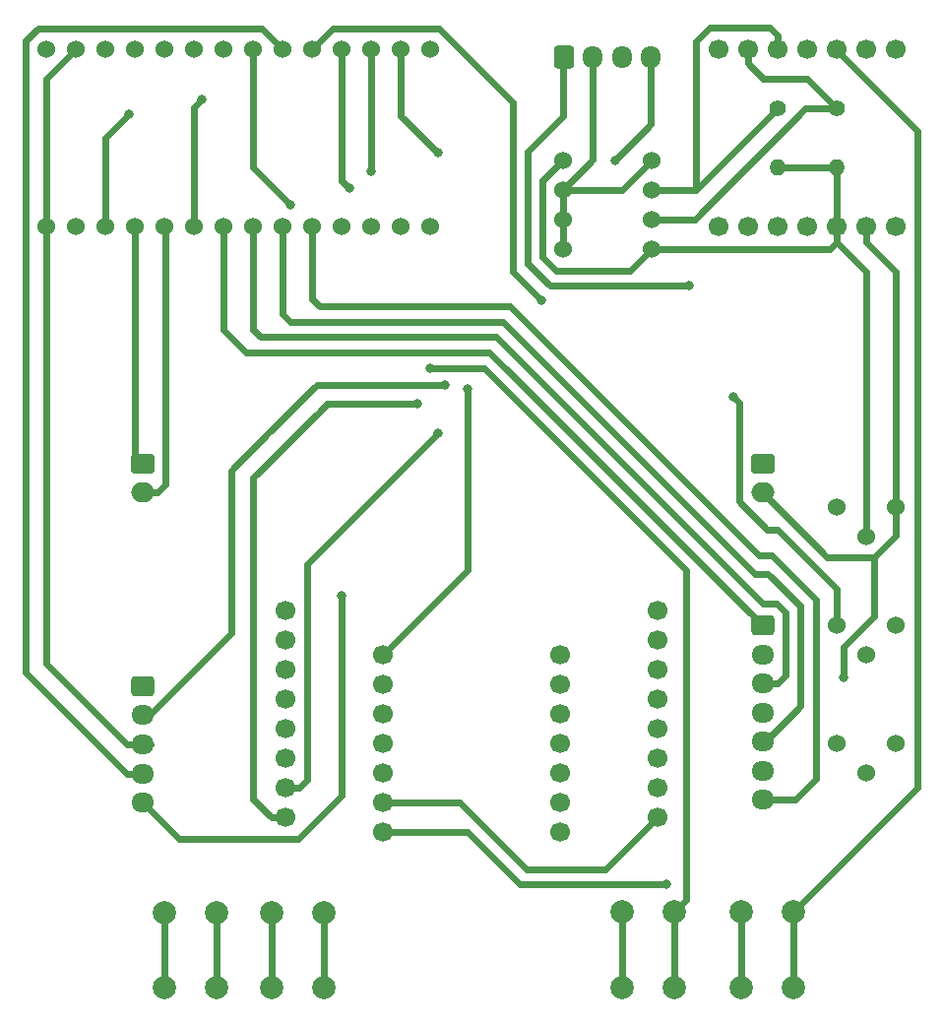
<source format=gbr>
%TF.GenerationSoftware,KiCad,Pcbnew,7.0.2-0*%
%TF.CreationDate,2023-08-02T22:29:10+09:00*%
%TF.ProjectId,main_board2,6d61696e-5f62-46f6-9172-64322e6b6963,rev?*%
%TF.SameCoordinates,Original*%
%TF.FileFunction,Copper,L2,Bot*%
%TF.FilePolarity,Positive*%
%FSLAX46Y46*%
G04 Gerber Fmt 4.6, Leading zero omitted, Abs format (unit mm)*
G04 Created by KiCad (PCBNEW 7.0.2-0) date 2023-08-02 22:29:10*
%MOMM*%
%LPD*%
G01*
G04 APERTURE LIST*
G04 Aperture macros list*
%AMRoundRect*
0 Rectangle with rounded corners*
0 $1 Rounding radius*
0 $2 $3 $4 $5 $6 $7 $8 $9 X,Y pos of 4 corners*
0 Add a 4 corners polygon primitive as box body*
4,1,4,$2,$3,$4,$5,$6,$7,$8,$9,$2,$3,0*
0 Add four circle primitives for the rounded corners*
1,1,$1+$1,$2,$3*
1,1,$1+$1,$4,$5*
1,1,$1+$1,$6,$7*
1,1,$1+$1,$8,$9*
0 Add four rect primitives between the rounded corners*
20,1,$1+$1,$2,$3,$4,$5,0*
20,1,$1+$1,$4,$5,$6,$7,0*
20,1,$1+$1,$6,$7,$8,$9,0*
20,1,$1+$1,$8,$9,$2,$3,0*%
G04 Aperture macros list end*
%TA.AperFunction,ComponentPad*%
%ADD10C,1.400000*%
%TD*%
%TA.AperFunction,ComponentPad*%
%ADD11O,1.400000X1.400000*%
%TD*%
%TA.AperFunction,ComponentPad*%
%ADD12C,1.524000*%
%TD*%
%TA.AperFunction,ComponentPad*%
%ADD13C,2.000000*%
%TD*%
%TA.AperFunction,ComponentPad*%
%ADD14RoundRect,0.250000X-0.725000X0.600000X-0.725000X-0.600000X0.725000X-0.600000X0.725000X0.600000X0*%
%TD*%
%TA.AperFunction,ComponentPad*%
%ADD15O,1.950000X1.700000*%
%TD*%
%TA.AperFunction,ComponentPad*%
%ADD16C,1.700000*%
%TD*%
%TA.AperFunction,ComponentPad*%
%ADD17RoundRect,0.250000X-0.600000X-0.725000X0.600000X-0.725000X0.600000X0.725000X-0.600000X0.725000X0*%
%TD*%
%TA.AperFunction,ComponentPad*%
%ADD18O,1.700000X1.950000*%
%TD*%
%TA.AperFunction,ComponentPad*%
%ADD19RoundRect,0.250000X-0.750000X0.600000X-0.750000X-0.600000X0.750000X-0.600000X0.750000X0.600000X0*%
%TD*%
%TA.AperFunction,ComponentPad*%
%ADD20O,2.000000X1.700000*%
%TD*%
%TA.AperFunction,ViaPad*%
%ADD21C,0.800000*%
%TD*%
%TA.AperFunction,Conductor*%
%ADD22C,0.600000*%
%TD*%
G04 APERTURE END LIST*
D10*
%TO.P,R4,1*%
%TO.N,SCL1*%
X170180000Y-69850000D03*
D11*
%TO.P,R4,2*%
%TO.N,+3V3*%
X170180000Y-74930000D03*
%TD*%
D12*
%TO.P,RV2,1,1*%
%TO.N,GND*%
X175260000Y-104140000D03*
%TO.P,RV2,2,2*%
%TO.N,+3V3*%
X172720000Y-106680000D03*
%TO.P,RV2,3,3*%
%TO.N,D1(\u30B8\u30E3\u30A4\u30ED)*%
X170180000Y-104140000D03*
%TD*%
%TO.P,RV3,1,1*%
%TO.N,unconnected-(RV3-Pad1)*%
X175260000Y-114300000D03*
%TO.P,RV3,2,2*%
%TO.N,+5V*%
X172720000Y-116840000D03*
%TO.P,RV3,3,3*%
%TO.N,LED1*%
X170180000Y-114300000D03*
%TD*%
D13*
%TO.P,SW3,1*%
%TO.N,+3V3*%
X161980000Y-145415000D03*
X161980000Y-138915000D03*
%TO.P,SW3,2*%
%TO.N,D2(\u30B8\u30E3\u30A4\u30ED)*%
X166480000Y-145415000D03*
X166480000Y-138915000D03*
%TD*%
D10*
%TO.P,R3,1*%
%TO.N,SDA1*%
X165100000Y-69850000D03*
D11*
%TO.P,R3,2*%
%TO.N,+3V3*%
X165100000Y-74930000D03*
%TD*%
D14*
%TO.P,J27,1,Pin_1*%
%TO.N,+3V3*%
X110490000Y-119540000D03*
D15*
%TO.P,J27,2,Pin_2*%
%TO.N,SCL0*%
X110490000Y-122040000D03*
%TO.P,J27,3,Pin_3*%
%TO.N,GND*%
X110490000Y-124540000D03*
%TO.P,J27,4,Pin_4*%
%TO.N,SDA0*%
X110490000Y-127040000D03*
%TO.P,J27,5,Pin_5*%
%TO.N,D9*%
X110490000Y-129540000D03*
%TD*%
D16*
%TO.P,U5,1,0_RX1_MOSI*%
%TO.N,RX2*%
X122785600Y-130810000D03*
%TO.P,U5,2,1_TX1_MISO*%
%TO.N,TX2*%
X122785600Y-128270000D03*
%TO.P,U5,3,2_TX2_SCLK*%
%TO.N,unconnected-(U5-2_TX2_SCLK-Pad3)*%
X122785600Y-125730000D03*
%TO.P,U5,4,3_RX_SS*%
%TO.N,unconnected-(U5-3_RX_SS-Pad4)*%
X122785600Y-123190000D03*
%TO.P,U5,5,4_SCL_TX*%
%TO.N,unconnected-(U5-4_SCL_TX-Pad5)*%
X122785600Y-120650000D03*
%TO.P,U5,6,5_SDA_RX*%
%TO.N,unconnected-(U5-5_SDA_RX-Pad6)*%
X122785600Y-118110000D03*
%TO.P,U5,7,6_DAC_ADC*%
%TO.N,unconnected-(U5-6_DAC_ADC-Pad7)*%
X122785600Y-115570000D03*
%TO.P,U5,8,3V3*%
%TO.N,+3V3*%
X122785600Y-113030000D03*
%TO.P,U5,9,RESET*%
%TO.N,unconnected-(U5-RESET-Pad9)*%
X154785600Y-113030000D03*
%TO.P,U5,10,BOOT_0*%
%TO.N,unconnected-(U5-BOOT_0-Pad10)*%
X154785600Y-115570000D03*
%TO.P,U5,11,Frame_Sync*%
%TO.N,unconnected-(U5-Frame_Sync-Pad11)*%
X154785600Y-118110000D03*
%TO.P,U5,12,9_CH3_Servo3*%
%TO.N,unconnected-(U5-9_CH3_Servo3-Pad12)*%
X154785600Y-120650000D03*
%TO.P,U5,13,8_SDA_CH2_Servo2*%
%TO.N,unconnected-(U5-8_SDA_CH2_Servo2-Pad13)*%
X154785600Y-123190000D03*
%TO.P,U5,14,7_SCL_CH1_Servo1*%
%TO.N,unconnected-(U5-7_SCL_CH1_Servo1-Pad14)*%
X154785600Y-125730000D03*
%TO.P,U5,15,VIN(3.6V-5V)*%
%TO.N,unconnected-(U5-VIN(3.6V-5V)-Pad15)*%
X154785600Y-128270000D03*
%TO.P,U5,16,GND*%
%TO.N,GND*%
X154785600Y-130810000D03*
%TD*%
D12*
%TO.P,U4,1,VCC*%
%TO.N,+3V3*%
X154305000Y-81915000D03*
%TO.P,U4,2,SCL*%
%TO.N,SCL1*%
X154305000Y-79375000D03*
%TO.P,U4,3,SDA*%
%TO.N,SDA1*%
X154305000Y-76835000D03*
%TO.P,U4,4,SA0*%
%TO.N,GND*%
X154305000Y-74295000D03*
%TO.P,U4,5,GND*%
X146685000Y-81915000D03*
%TO.P,U4,6,INT1*%
X146685000Y-79375000D03*
%TO.P,U4,7,INT2*%
X146685000Y-76835000D03*
%TO.P,U4,8,CS*%
%TO.N,+3V3*%
X146685000Y-74295000D03*
%TD*%
D16*
%TO.P,U2,1,PA02_A0_D0*%
%TO.N,unconnected-(U2-PA02_A0_D0-Pad1)*%
X175260000Y-64770000D03*
%TO.P,U2,2,PA4_A1_D1*%
%TO.N,D1(\u30B8\u30E3\u30A4\u30ED)*%
X172720000Y-64770000D03*
%TO.P,U2,3,PA10_A2_D2*%
%TO.N,D2(\u30B8\u30E3\u30A4\u30ED)*%
X170180000Y-64770000D03*
%TO.P,U2,4,PA11_A3_D3*%
%TO.N,unconnected-(U2-PA11_A3_D3-Pad4)*%
X167640000Y-64770000D03*
%TO.P,U2,5,PA8_A4_D4_SDA*%
%TO.N,SDA1*%
X165100000Y-64770000D03*
%TO.P,U2,6,PA9_A5_D5_SCL*%
%TO.N,SCL1*%
X162560000Y-64770000D03*
%TO.P,U2,7,PB08_A6_D6_TX*%
%TO.N,TX1*%
X160020000Y-64770000D03*
%TO.P,U2,8,PB09_A7_D7_RX*%
%TO.N,RX1*%
X160020000Y-80010000D03*
%TO.P,U2,9,PA7_A8_D8_SCK*%
%TO.N,unconnected-(U2-PA7_A8_D8_SCK-Pad9)*%
X162560000Y-80010000D03*
%TO.P,U2,10,PA5_A9_D9_MISO*%
%TO.N,unconnected-(U2-PA5_A9_D9_MISO-Pad10)*%
X165100000Y-80010000D03*
%TO.P,U2,11,PA6_A10_D10_MOSI*%
%TO.N,unconnected-(U2-PA6_A10_D10_MOSI-Pad11)*%
X167640000Y-80010000D03*
%TO.P,U2,12,3V3*%
%TO.N,+3V3*%
X170180000Y-80010000D03*
%TO.P,U2,13,GND*%
%TO.N,GND*%
X172720000Y-80010000D03*
%TO.P,U2,14,5V*%
%TO.N,+5V*%
X175260000Y-80010000D03*
%TD*%
D14*
%TO.P,J11,1,Pin_1*%
%TO.N,D5*%
X163830000Y-114300000D03*
D15*
%TO.P,J11,2,Pin_2*%
%TO.N,+5V*%
X163830000Y-116800000D03*
%TO.P,J11,3,Pin_3*%
%TO.N,D6*%
X163830000Y-119300000D03*
%TO.P,J11,4,Pin_4*%
%TO.N,GND*%
X163830000Y-121800000D03*
%TO.P,J11,5,Pin_5*%
%TO.N,D7*%
X163830000Y-124300000D03*
%TO.P,J11,6,Pin_6*%
%TO.N,LED2*%
X163830000Y-126800000D03*
%TO.P,J11,7,Pin_7*%
%TO.N,D8*%
X163830000Y-129300000D03*
%TD*%
D12*
%TO.P,RV4,1,1*%
%TO.N,unconnected-(RV4-Pad1)*%
X175260000Y-124460000D03*
%TO.P,RV4,2,2*%
%TO.N,+5V*%
X172720000Y-127000000D03*
%TO.P,RV4,3,3*%
%TO.N,LED2*%
X170180000Y-124460000D03*
%TD*%
D13*
%TO.P,SW8,1*%
%TO.N,+3V3*%
X151765000Y-145415000D03*
X151765000Y-138915000D03*
%TO.P,SW8,2*%
%TO.N,D12*%
X156265000Y-145415000D03*
X156265000Y-138915000D03*
%TD*%
D16*
%TO.P,U3,1,PA02_A0_D0*%
%TO.N,unconnected-(U3-PA02_A0_D0-Pad1)*%
X146405600Y-132080000D03*
%TO.P,U3,2,PA4_A1_D1*%
%TO.N,unconnected-(U3-PA4_A1_D1-Pad2)*%
X146405600Y-129540000D03*
%TO.P,U3,3,PA10_A2_D2*%
%TO.N,unconnected-(U3-PA10_A2_D2-Pad3)*%
X146405600Y-127000000D03*
%TO.P,U3,4,PA11_A3_D3*%
%TO.N,unconnected-(U3-PA11_A3_D3-Pad4)*%
X146405600Y-124460000D03*
%TO.P,U3,5,PA8_A4_D4_SDA*%
%TO.N,unconnected-(U3-PA8_A4_D4_SDA-Pad5)*%
X146405600Y-121920000D03*
%TO.P,U3,6,PA9_A5_D5_SCL*%
%TO.N,unconnected-(U3-PA9_A5_D5_SCL-Pad6)*%
X146405600Y-119380000D03*
%TO.P,U3,7,PB08_A6_D6_TX*%
%TO.N,TX3*%
X146405600Y-116840000D03*
%TO.P,U3,8,PB09_A7_D7_RX*%
%TO.N,RX3*%
X131165600Y-116840000D03*
%TO.P,U3,9,PA7_A8_D8_SCK*%
%TO.N,unconnected-(U3-PA7_A8_D8_SCK-Pad9)*%
X131165600Y-119380000D03*
%TO.P,U3,10,PA5_A9_D9_MISO*%
%TO.N,unconnected-(U3-PA5_A9_D9_MISO-Pad10)*%
X131165600Y-121920000D03*
%TO.P,U3,11,PA6_A10_D10_MOSI*%
%TO.N,unconnected-(U3-PA6_A10_D10_MOSI-Pad11)*%
X131165600Y-124460000D03*
%TO.P,U3,12,3V3*%
%TO.N,+3V3*%
X131165600Y-127000000D03*
%TO.P,U3,13,GND*%
%TO.N,GND*%
X131165600Y-129540000D03*
%TO.P,U3,14,5V*%
%TO.N,+5V*%
X131165600Y-132080000D03*
%TD*%
D17*
%TO.P,J13,1,Pin_1*%
%TO.N,+5V*%
X146745000Y-65405000D03*
D18*
%TO.P,J13,2,Pin_2*%
%TO.N,GND*%
X149245000Y-65405000D03*
%TO.P,J13,3,Pin_3*%
%TO.N,D4*%
X151745000Y-65405000D03*
%TO.P,J13,4,Pin_4*%
%TO.N,LED1*%
X154245000Y-65405000D03*
%TD*%
D13*
%TO.P,SW7,1*%
%TO.N,+3V3*%
X126075000Y-138990000D03*
X126075000Y-145490000D03*
%TO.P,SW7,2*%
%TO.N,D11*%
X121575000Y-138990000D03*
X121575000Y-145490000D03*
%TD*%
%TO.P,SW6,1*%
%TO.N,+3V3*%
X116840000Y-138990000D03*
X116840000Y-145490000D03*
%TO.P,SW6,2*%
%TO.N,D10*%
X112340000Y-138990000D03*
X112340000Y-145490000D03*
%TD*%
D12*
%TO.P,U1,1,GND*%
%TO.N,GND*%
X102235000Y-80010000D03*
X104775000Y-64770000D03*
%TO.P,U1,2,0_RX1_CRX2_CS1*%
%TO.N,RX1*%
X104775000Y-80010000D03*
%TO.P,U1,3,1_TX1_CTX2_MISO1*%
%TO.N,TX1*%
X107315000Y-80010000D03*
%TO.P,U1,4,2_OUT2*%
%TO.N,D2*%
X109855000Y-80010000D03*
%TO.P,U1,5,3_LRCLK2*%
%TO.N,D3*%
X112395000Y-80010000D03*
%TO.P,U1,6,4_BCLK2*%
%TO.N,D4*%
X114935000Y-80010000D03*
%TO.P,U1,7,5_IN2*%
%TO.N,D5*%
X117475000Y-80010000D03*
%TO.P,U1,8,6_OUT1D*%
%TO.N,D6*%
X120015000Y-80010000D03*
%TO.P,U1,9,7_RX2_OUT1A*%
%TO.N,D7*%
X122555000Y-80010000D03*
%TO.P,U1,10,8_TX2_IN1*%
%TO.N,D8*%
X125095000Y-80010000D03*
%TO.P,U1,11,9_OUT1C*%
%TO.N,D9*%
X127635000Y-80010000D03*
%TO.P,U1,12,10_CS_MQSR*%
%TO.N,D10*%
X130175000Y-80010000D03*
%TO.P,U1,13,11_MOSI_CTX1*%
%TO.N,D11*%
X132715000Y-80010000D03*
%TO.P,U1,14,12_MISO_MQSL*%
%TO.N,D12*%
X135255000Y-80010000D03*
%TO.P,U1,20,13_SCK_CRX1_LED*%
%TO.N,unconnected-(U1-13_SCK_CRX1_LED-Pad20)*%
X135255000Y-64770000D03*
%TO.P,U1,21,14_A0_TX3_SPDIF_OUT*%
%TO.N,TX2*%
X132715000Y-64770000D03*
%TO.P,U1,22,15_A1_RX3_SPDIF_IN*%
%TO.N,RX2*%
X130175000Y-64770000D03*
%TO.P,U1,23,16_A2_RX4_SCL1*%
%TO.N,RX3*%
X127635000Y-64770000D03*
%TO.P,U1,24,17_A3_TX4_SDA1*%
%TO.N,TX3*%
X125095000Y-64770000D03*
%TO.P,U1,25,18_A4_SDA0*%
%TO.N,SDA0*%
X122555000Y-64770000D03*
%TO.P,U1,26,19_A5_SCL0*%
%TO.N,SCL0*%
X120015000Y-64770000D03*
%TO.P,U1,27,20_A6_TX5_LRCLK1*%
%TO.N,unconnected-(U1-20_A6_TX5_LRCLK1-Pad27)*%
X117475000Y-64770000D03*
%TO.P,U1,28,21_A7_RX5_BCLK1*%
%TO.N,unconnected-(U1-21_A7_RX5_BCLK1-Pad28)*%
X114935000Y-64770000D03*
%TO.P,U1,29,22_A8_CTX1*%
%TO.N,unconnected-(U1-22_A8_CTX1-Pad29)*%
X112395000Y-64770000D03*
%TO.P,U1,30,23_A9_CRX1_MCLK1*%
%TO.N,unconnected-(U1-23_A9_CRX1_MCLK1-Pad30)*%
X109855000Y-64770000D03*
%TO.P,U1,31,3V3*%
%TO.N,+3V3*%
X107315000Y-64770000D03*
%TO.P,U1,33,VIN*%
%TO.N,+5V*%
X102235000Y-64770000D03*
%TD*%
D19*
%TO.P,J23,1,Pin_1*%
%TO.N,D2*%
X110490000Y-100370000D03*
D20*
%TO.P,J23,2,Pin_2*%
%TO.N,D3*%
X110490000Y-102870000D03*
%TD*%
D19*
%TO.P,J25,1,Pin_1*%
%TO.N,+5V*%
X163830000Y-100370000D03*
D20*
%TO.P,J25,2,Pin_2*%
%TO.N,GND*%
X163830000Y-102870000D03*
%TD*%
D21*
%TO.N,+5V*%
X155575000Y-136525000D03*
X157480000Y-85090000D03*
%TO.N,GND*%
X170815000Y-118745000D03*
%TO.N,D4*%
X115570000Y-69085500D03*
%TO.N,LED1*%
X161290000Y-94615000D03*
X151130000Y-74295000D03*
%TO.N,SCL0*%
X136525000Y-93604000D03*
X123190000Y-78105000D03*
%TO.N,D9*%
X127635000Y-111760000D03*
%TO.N,D12*%
X135255000Y-92204500D03*
%TO.N,TX1*%
X109321788Y-70385500D03*
%TO.N,TX2*%
X135890000Y-73660000D03*
X135890000Y-97790000D03*
%TO.N,RX2*%
X130175000Y-75306000D03*
X134114500Y-95250000D03*
%TO.N,RX3*%
X138430000Y-93980000D03*
X128270000Y-76705500D03*
%TO.N,TX3*%
X144780000Y-86360000D03*
%TD*%
D22*
%TO.N,D5*%
X119380000Y-90805000D02*
X117475000Y-88900000D01*
X117475000Y-88900000D02*
X117475000Y-80010000D01*
X163830000Y-114300000D02*
X140335000Y-90805000D01*
X140335000Y-90805000D02*
X119380000Y-90805000D01*
%TO.N,+5V*%
X138496522Y-132080000D02*
X139415761Y-132999239D01*
X154910000Y-85120000D02*
X154940000Y-85090000D01*
X131165600Y-132080000D02*
X138496522Y-132080000D01*
X146685000Y-70485000D02*
X143623000Y-73547000D01*
X143623000Y-83183323D02*
X145559677Y-85120000D01*
X146745000Y-65405000D02*
X146685000Y-65465000D01*
X145559677Y-85120000D02*
X154910000Y-85120000D01*
X142971522Y-136555000D02*
X155545000Y-136555000D01*
X143623000Y-73547000D02*
X143623000Y-83183323D01*
X155575000Y-136525000D02*
X155545000Y-136555000D01*
X154940000Y-85090000D02*
X157480000Y-85090000D01*
X139415761Y-132999239D02*
X142971522Y-136555000D01*
X146685000Y-65465000D02*
X146685000Y-70485000D01*
%TO.N,D6*%
X165017767Y-112395000D02*
X165805000Y-113182233D01*
X120015000Y-88870000D02*
X120650000Y-89505000D01*
X120015000Y-80010000D02*
X120015000Y-88870000D01*
X163830000Y-112395000D02*
X165017767Y-112395000D01*
X165805000Y-113182233D02*
X165805000Y-118650000D01*
X165805000Y-118650000D02*
X165155000Y-119300000D01*
X165155000Y-119300000D02*
X163830000Y-119300000D01*
X140940000Y-89505000D02*
X163830000Y-112395000D01*
X120650000Y-89505000D02*
X140940000Y-89505000D01*
%TO.N,GND*%
X175260000Y-83896296D02*
X175260000Y-104140000D01*
X170815000Y-116156845D02*
X173449845Y-113522000D01*
X151765000Y-76835000D02*
X154305000Y-74295000D01*
X102235000Y-67310000D02*
X102235000Y-80010000D01*
X137795000Y-129540000D02*
X131165600Y-129540000D01*
X175260000Y-104140000D02*
X175260000Y-106631845D01*
X169402000Y-108442000D02*
X163830000Y-102870000D01*
X146685000Y-81915000D02*
X146685000Y-76835000D01*
X173449845Y-108442000D02*
X169402000Y-108442000D01*
X170815000Y-118745000D02*
X170815000Y-116156845D01*
X109165000Y-124540000D02*
X110490000Y-124540000D01*
X154785600Y-130810000D02*
X150340600Y-135255000D01*
X173449845Y-113522000D02*
X173449845Y-108442000D01*
X172720000Y-81356296D02*
X172720000Y-80010000D01*
X149245000Y-65405000D02*
X149245000Y-74275000D01*
X175260000Y-106631845D02*
X173449845Y-108442000D01*
X149245000Y-74275000D02*
X146685000Y-76835000D01*
X143510000Y-135255000D02*
X137795000Y-129540000D01*
X150340600Y-135255000D02*
X143510000Y-135255000D01*
X175260000Y-83896296D02*
X172720000Y-81356296D01*
X104775000Y-64770000D02*
X102235000Y-67310000D01*
X111205000Y-124540000D02*
X110490000Y-124540000D01*
X102235000Y-80010000D02*
X102235000Y-117610000D01*
X146685000Y-76835000D02*
X151765000Y-76835000D01*
X102235000Y-117610000D02*
X109165000Y-124540000D01*
%TO.N,D7*%
X167105000Y-112643755D02*
X167105000Y-121266295D01*
X141545000Y-88205000D02*
X163195000Y-109855000D01*
X163195000Y-109855000D02*
X164316245Y-109855000D01*
X122555000Y-87570000D02*
X123190000Y-88205000D01*
X123190000Y-88205000D02*
X141545000Y-88205000D01*
X122555000Y-80010000D02*
X122555000Y-87570000D01*
X164071295Y-124300000D02*
X163830000Y-124300000D01*
X164316245Y-109855000D02*
X167105000Y-112643755D01*
X167105000Y-121266295D02*
X164071295Y-124300000D01*
%TO.N,D8*%
X125095000Y-80010000D02*
X125095000Y-86270000D01*
X164600484Y-108300761D02*
X168405000Y-112105277D01*
X168405000Y-127505000D02*
X166610000Y-129300000D01*
X125095000Y-86270000D02*
X125730000Y-86905000D01*
X168405000Y-112105277D02*
X168405000Y-127505000D01*
X163479239Y-108300761D02*
X164600484Y-108300761D01*
X166610000Y-129300000D02*
X163830000Y-129300000D01*
X142083478Y-86905000D02*
X163479239Y-108300761D01*
X125730000Y-86905000D02*
X142083478Y-86905000D01*
%TO.N,D4*%
X115570000Y-69085500D02*
X114935000Y-69720500D01*
X114935000Y-69720500D02*
X114935000Y-80010000D01*
%TO.N,LED1*%
X154245000Y-65405000D02*
X154245000Y-71180000D01*
X164238705Y-106045000D02*
X165100000Y-106045000D01*
X161290000Y-94615000D02*
X161830000Y-95155000D01*
X170180000Y-111125000D02*
X170180000Y-114300000D01*
X161830000Y-95155000D02*
X161830000Y-103636295D01*
X161830000Y-103636295D02*
X164238705Y-106045000D01*
X154245000Y-71180000D02*
X151130000Y-74295000D01*
X165100000Y-106045000D02*
X170180000Y-111125000D01*
%TO.N,D2*%
X109855000Y-99735000D02*
X109855000Y-80010000D01*
X110490000Y-100370000D02*
X109855000Y-99735000D01*
%TO.N,D3*%
X110490000Y-102870000D02*
X111790000Y-102870000D01*
X112490000Y-80105000D02*
X112395000Y-80010000D01*
X112490000Y-102170000D02*
X112490000Y-80105000D01*
X111790000Y-102870000D02*
X112490000Y-102170000D01*
%TO.N,+3V3*%
X170180000Y-81356296D02*
X169621296Y-81915000D01*
X169621296Y-81915000D02*
X154305000Y-81915000D01*
X170180000Y-74930000D02*
X170180000Y-80010000D01*
X172720000Y-106680000D02*
X172720000Y-83896296D01*
X144923000Y-82644845D02*
X146098155Y-83820000D01*
X146685000Y-74295000D02*
X144923000Y-76057000D01*
X170180000Y-81356296D02*
X172720000Y-83896296D01*
X146098155Y-83820000D02*
X152400000Y-83820000D01*
X152400000Y-83820000D02*
X154305000Y-81915000D01*
X170180000Y-80010000D02*
X170180000Y-81356296D01*
X170180000Y-74930000D02*
X165100000Y-74930000D01*
X126075000Y-138990000D02*
X126075000Y-145490000D01*
X151765000Y-138915000D02*
X151765000Y-145415000D01*
X116840000Y-138990000D02*
X116840000Y-145490000D01*
X144923000Y-76057000D02*
X144923000Y-82644845D01*
X161980000Y-138915000D02*
X161980000Y-145415000D01*
%TO.N,SCL0*%
X118110000Y-115012767D02*
X118110000Y-109220000D01*
X120015000Y-74930000D02*
X120015000Y-64770000D01*
X121285000Y-97790000D02*
X125471000Y-93604000D01*
X118110000Y-109220000D02*
X118110000Y-100965000D01*
X110490000Y-122040000D02*
X111082767Y-122040000D01*
X118110000Y-100965000D02*
X121285000Y-97790000D01*
X125471000Y-93604000D02*
X136525000Y-93604000D01*
X123190000Y-78105000D02*
X120015000Y-74930000D01*
X111082767Y-122040000D02*
X118110000Y-115012767D01*
%TO.N,SDA0*%
X101505155Y-63008000D02*
X120793000Y-63008000D01*
X120793000Y-63008000D02*
X122555000Y-64770000D01*
X100473000Y-64040155D02*
X101505155Y-63008000D01*
X109165000Y-127040000D02*
X100473000Y-118348000D01*
X110490000Y-127040000D02*
X109165000Y-127040000D01*
X100473000Y-118348000D02*
X100473000Y-64040155D01*
%TO.N,D9*%
X110490000Y-129540000D02*
X113610000Y-132660000D01*
X113610000Y-132660000D02*
X123880000Y-132660000D01*
X127635000Y-128905000D02*
X127635000Y-111760000D01*
X123880000Y-132660000D02*
X127635000Y-128905000D01*
%TO.N,SDA1*%
X165100000Y-63567919D02*
X165100000Y-64770000D01*
X164452081Y-62920000D02*
X159253704Y-62920000D01*
X165100000Y-69850000D02*
X158115000Y-76835000D01*
X154305000Y-76835000D02*
X158115000Y-76835000D01*
X158115000Y-64058704D02*
X158115000Y-76835000D01*
X159253704Y-62920000D02*
X158115000Y-64058704D01*
X164452081Y-62920000D02*
X165100000Y-63567919D01*
%TO.N,SCL1*%
X170180000Y-69850000D02*
X167640000Y-67310000D01*
X163897919Y-67310000D02*
X162560000Y-65972081D01*
X167640000Y-67310000D02*
X163897919Y-67310000D01*
X167504164Y-69850000D02*
X170180000Y-69850000D01*
X162560000Y-65972081D02*
X162560000Y-64770000D01*
X157979164Y-79375000D02*
X154305000Y-79375000D01*
X157979164Y-79375000D02*
X167504164Y-69850000D01*
%TO.N,D2(\u30B8\u30E3\u30A4\u30ED)*%
X166480000Y-138915000D02*
X166480000Y-145415000D01*
X177110000Y-71776296D02*
X170180000Y-64846296D01*
X170180000Y-64846296D02*
X170180000Y-64770000D01*
X177110000Y-128285000D02*
X177110000Y-71776296D01*
X166480000Y-138915000D02*
X177110000Y-128285000D01*
%TO.N,D10*%
X112340000Y-138990000D02*
X112340000Y-145490000D01*
%TO.N,D11*%
X121575000Y-138990000D02*
X121575000Y-145490000D01*
%TO.N,D12*%
X139896022Y-92204500D02*
X157265000Y-109573478D01*
X157265000Y-137915000D02*
X156265000Y-138915000D01*
X156265000Y-138915000D02*
X156265000Y-145415000D01*
X157265000Y-109573478D02*
X157265000Y-137915000D01*
X135255000Y-92204500D02*
X139896022Y-92204500D01*
%TO.N,TX1*%
X107315000Y-72392288D02*
X109321788Y-70385500D01*
X107315000Y-80010000D02*
X107315000Y-72392288D01*
%TO.N,TX2*%
X135890000Y-97790000D02*
X124635600Y-109044400D01*
X124635600Y-109044400D02*
X124635600Y-127622081D01*
X132715000Y-70485000D02*
X135890000Y-73660000D01*
X124635600Y-127622081D02*
X123987681Y-128270000D01*
X123987681Y-128270000D02*
X122785600Y-128270000D01*
X132715000Y-64770000D02*
X132715000Y-70485000D01*
%TO.N,RX2*%
X125730000Y-95885000D02*
X126365000Y-95250000D01*
X121583519Y-130810000D02*
X120015000Y-129241481D01*
X120015000Y-106045000D02*
X120015000Y-101600000D01*
X120015000Y-129241481D02*
X120015000Y-106045000D01*
X122785600Y-130810000D02*
X121583519Y-130810000D01*
X120015000Y-101600000D02*
X125730000Y-95885000D01*
X130175000Y-75306000D02*
X130175000Y-64770000D01*
X126365000Y-95250000D02*
X134114500Y-95250000D01*
%TO.N,RX3*%
X128270000Y-76705500D02*
X127635000Y-76070500D01*
X127635000Y-76070500D02*
X127635000Y-64770000D01*
X138430000Y-109575600D02*
X138430000Y-93980000D01*
X131165600Y-116840000D02*
X138430000Y-109575600D01*
%TO.N,TX3*%
X136033000Y-63008000D02*
X142323000Y-69298000D01*
X142323000Y-69298000D02*
X142323000Y-83903000D01*
X126857000Y-63008000D02*
X136033000Y-63008000D01*
X142323000Y-83903000D02*
X144780000Y-86360000D01*
X125095000Y-64770000D02*
X126857000Y-63008000D01*
%TD*%
M02*

</source>
